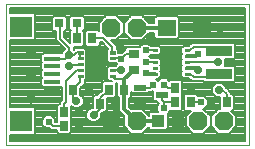
<source format=gtl>
G75*
%MOIN*%
%OFA0B0*%
%FSLAX24Y24*%
%IPPOS*%
%LPD*%
%AMOC8*
5,1,8,0,0,1.08239X$1,22.5*
%
%ADD10C,0.0000*%
%ADD11R,0.0650X0.0937*%
%ADD12C,0.0025*%
%ADD13R,0.0906X0.0335*%
%ADD14R,0.0276X0.0354*%
%ADD15R,0.0551X0.0138*%
%ADD16R,0.0748X0.0709*%
%ADD17R,0.0630X0.0551*%
%ADD18OC8,0.0630*%
%ADD19R,0.0354X0.0276*%
%ADD20R,0.0315X0.0315*%
%ADD21R,0.0433X0.0394*%
%ADD22R,0.0394X0.0197*%
%ADD23C,0.0315*%
%ADD24C,0.0276*%
%ADD25C,0.0079*%
%ADD26C,0.0157*%
%ADD27C,0.0238*%
%ADD28C,0.0138*%
%ADD29C,0.0160*%
D10*
X001050Y002363D02*
X001050Y007088D01*
X009160Y007088D01*
X009160Y002363D01*
X001050Y002363D01*
D11*
X004062Y005068D03*
X006550Y005138D03*
D12*
X007005Y005101D02*
X007005Y005175D01*
X007157Y005175D01*
X007157Y005101D01*
X007005Y005101D01*
X007005Y005125D02*
X007157Y005125D01*
X007157Y005149D02*
X007005Y005149D01*
X007005Y005173D02*
X007157Y005173D01*
X007005Y005298D02*
X007005Y005372D01*
X007157Y005372D01*
X007157Y005298D01*
X007005Y005298D01*
X007005Y005322D02*
X007157Y005322D01*
X007157Y005346D02*
X007005Y005346D01*
X007005Y005370D02*
X007157Y005370D01*
X007005Y005495D02*
X007005Y005569D01*
X007157Y005569D01*
X007157Y005495D01*
X007005Y005495D01*
X007005Y005519D02*
X007157Y005519D01*
X007157Y005543D02*
X007005Y005543D01*
X007005Y005567D02*
X007157Y005567D01*
X007005Y004979D02*
X007005Y004905D01*
X007005Y004979D02*
X007157Y004979D01*
X007157Y004905D01*
X007005Y004905D01*
X007005Y004929D02*
X007157Y004929D01*
X007157Y004953D02*
X007005Y004953D01*
X007005Y004977D02*
X007157Y004977D01*
X007005Y004782D02*
X007005Y004708D01*
X007005Y004782D02*
X007157Y004782D01*
X007157Y004708D01*
X007005Y004708D01*
X007005Y004732D02*
X007157Y004732D01*
X007157Y004756D02*
X007005Y004756D01*
X007005Y004780D02*
X007157Y004780D01*
X005943Y004782D02*
X005943Y004708D01*
X005943Y004782D02*
X006095Y004782D01*
X006095Y004708D01*
X005943Y004708D01*
X005943Y004732D02*
X006095Y004732D01*
X006095Y004756D02*
X005943Y004756D01*
X005943Y004780D02*
X006095Y004780D01*
X005943Y004905D02*
X005943Y004979D01*
X006095Y004979D01*
X006095Y004905D01*
X005943Y004905D01*
X005943Y004929D02*
X006095Y004929D01*
X006095Y004953D02*
X005943Y004953D01*
X005943Y004977D02*
X006095Y004977D01*
X005943Y005101D02*
X005943Y005175D01*
X006095Y005175D01*
X006095Y005101D01*
X005943Y005101D01*
X005943Y005125D02*
X006095Y005125D01*
X006095Y005149D02*
X005943Y005149D01*
X005943Y005173D02*
X006095Y005173D01*
X005943Y005298D02*
X005943Y005372D01*
X006095Y005372D01*
X006095Y005298D01*
X005943Y005298D01*
X005943Y005322D02*
X006095Y005322D01*
X006095Y005346D02*
X005943Y005346D01*
X005943Y005370D02*
X006095Y005370D01*
X005943Y005495D02*
X005943Y005569D01*
X006095Y005569D01*
X006095Y005495D01*
X005943Y005495D01*
X005943Y005519D02*
X006095Y005519D01*
X006095Y005543D02*
X005943Y005543D01*
X005943Y005567D02*
X006095Y005567D01*
X004669Y005499D02*
X004669Y005425D01*
X004517Y005425D01*
X004517Y005499D01*
X004669Y005499D01*
X004669Y005449D02*
X004517Y005449D01*
X004517Y005473D02*
X004669Y005473D01*
X004669Y005497D02*
X004517Y005497D01*
X004669Y005302D02*
X004669Y005228D01*
X004517Y005228D01*
X004517Y005302D01*
X004669Y005302D01*
X004669Y005252D02*
X004517Y005252D01*
X004517Y005276D02*
X004669Y005276D01*
X004669Y005300D02*
X004517Y005300D01*
X004669Y005105D02*
X004669Y005031D01*
X004517Y005031D01*
X004517Y005105D01*
X004669Y005105D01*
X004669Y005055D02*
X004517Y005055D01*
X004517Y005079D02*
X004669Y005079D01*
X004669Y005103D02*
X004517Y005103D01*
X004669Y004908D02*
X004669Y004834D01*
X004517Y004834D01*
X004517Y004908D01*
X004669Y004908D01*
X004669Y004858D02*
X004517Y004858D01*
X004517Y004882D02*
X004669Y004882D01*
X004669Y004906D02*
X004517Y004906D01*
X004669Y004711D02*
X004669Y004637D01*
X004517Y004637D01*
X004517Y004711D01*
X004669Y004711D01*
X004669Y004661D02*
X004517Y004661D01*
X004517Y004685D02*
X004669Y004685D01*
X004669Y004709D02*
X004517Y004709D01*
X003606Y004711D02*
X003606Y004637D01*
X003454Y004637D01*
X003454Y004711D01*
X003606Y004711D01*
X003606Y004661D02*
X003454Y004661D01*
X003454Y004685D02*
X003606Y004685D01*
X003606Y004709D02*
X003454Y004709D01*
X003606Y004834D02*
X003606Y004908D01*
X003606Y004834D02*
X003454Y004834D01*
X003454Y004908D01*
X003606Y004908D01*
X003606Y004858D02*
X003454Y004858D01*
X003454Y004882D02*
X003606Y004882D01*
X003606Y004906D02*
X003454Y004906D01*
X003606Y005031D02*
X003606Y005105D01*
X003606Y005031D02*
X003454Y005031D01*
X003454Y005105D01*
X003606Y005105D01*
X003606Y005055D02*
X003454Y005055D01*
X003454Y005079D02*
X003606Y005079D01*
X003606Y005103D02*
X003454Y005103D01*
X003606Y005228D02*
X003606Y005302D01*
X003606Y005228D02*
X003454Y005228D01*
X003454Y005302D01*
X003606Y005302D01*
X003606Y005252D02*
X003454Y005252D01*
X003454Y005276D02*
X003606Y005276D01*
X003606Y005300D02*
X003454Y005300D01*
X003606Y005425D02*
X003606Y005499D01*
X003606Y005425D02*
X003454Y005425D01*
X003454Y005499D01*
X003606Y005499D01*
X003606Y005449D02*
X003454Y005449D01*
X003454Y005473D02*
X003606Y005473D01*
X003606Y005497D02*
X003454Y005497D01*
D13*
X008139Y005522D03*
X008139Y004755D03*
D14*
X007204Y004262D03*
X006693Y004262D03*
X006693Y003796D03*
X007204Y003796D03*
X007895Y003796D03*
X008407Y003796D03*
X004989Y004225D03*
X004478Y004225D03*
X004689Y003761D03*
X004177Y003761D03*
X003802Y004225D03*
X003290Y004225D03*
X003494Y003463D03*
X002983Y003463D03*
X002983Y003014D03*
X003494Y003014D03*
X003416Y005935D03*
X003928Y005935D03*
D15*
X002593Y005261D03*
X002593Y005005D03*
X002593Y004749D03*
X002593Y004493D03*
X002593Y004237D03*
D16*
X001550Y003174D03*
X001550Y006324D03*
D17*
X006405Y006288D03*
X007586Y006288D03*
D18*
X005400Y006288D03*
X004550Y006288D03*
X004550Y003170D03*
X005400Y003170D03*
X007450Y003170D03*
X008300Y003170D03*
D19*
X005302Y004888D03*
X005302Y005399D03*
D20*
X003419Y006432D03*
X002828Y006432D03*
D21*
X006115Y003188D03*
X006785Y003188D03*
D22*
X006231Y004036D03*
X005522Y003781D03*
X005522Y004292D03*
D23*
X008164Y006279D03*
X001865Y005492D03*
X001865Y004705D03*
X001865Y003917D03*
D24*
X003396Y003840D03*
X003754Y003838D03*
X003965Y003382D03*
X004065Y004831D03*
X004065Y005303D03*
X004857Y005728D03*
X005861Y005925D03*
X006554Y005362D03*
X006554Y004909D03*
X007450Y004888D03*
X008126Y005138D03*
X008141Y004214D03*
X005936Y003602D03*
X004888Y004868D03*
X003141Y005001D03*
X003141Y005375D03*
D25*
X003318Y005375D01*
X003404Y005462D01*
X003530Y005462D01*
X003530Y005265D01*
X003703Y005166D02*
X003718Y005182D01*
X003718Y005348D01*
X003703Y005363D01*
X003718Y005378D01*
X003718Y005545D01*
X003653Y005610D01*
X003408Y005610D01*
X003398Y005600D01*
X003347Y005600D01*
X003299Y005553D01*
X003299Y005658D01*
X003595Y005658D01*
X003653Y005716D01*
X003653Y006153D01*
X003624Y006182D01*
X003675Y006234D01*
X003675Y006631D01*
X003617Y006689D01*
X003220Y006689D01*
X003162Y006631D01*
X003162Y006234D01*
X003210Y006185D01*
X003179Y006153D01*
X003179Y005789D01*
X002984Y005984D01*
X002984Y006176D01*
X003027Y006176D01*
X003085Y006234D01*
X003085Y006631D01*
X003027Y006689D01*
X002629Y006689D01*
X002571Y006631D01*
X002571Y006234D01*
X002629Y006176D01*
X002707Y006176D01*
X002707Y005869D01*
X003003Y005573D01*
X002903Y005473D01*
X002903Y005429D01*
X002277Y005429D01*
X002218Y005371D01*
X002218Y005151D01*
X002236Y005133D01*
X002218Y005115D01*
X002218Y004895D01*
X002236Y004877D01*
X002218Y004859D01*
X002218Y004639D01*
X002236Y004621D01*
X002218Y004603D01*
X002218Y004383D01*
X002277Y004325D01*
X002903Y004325D01*
X002903Y004272D01*
X002903Y003875D01*
X002844Y003816D01*
X002844Y003739D01*
X002804Y003739D01*
X002746Y003681D01*
X002746Y003245D01*
X002752Y003238D01*
X002746Y003232D01*
X002746Y003153D01*
X002690Y003153D01*
X002690Y003241D01*
X002562Y003369D01*
X002381Y003369D01*
X002253Y003241D01*
X002253Y003060D01*
X002381Y002932D01*
X002493Y002932D01*
X002550Y002875D01*
X002746Y002875D01*
X002746Y002796D01*
X002804Y002737D01*
X003162Y002737D01*
X003220Y002796D01*
X003220Y003232D01*
X003214Y003238D01*
X003220Y003245D01*
X003220Y003681D01*
X003298Y003602D01*
X003495Y003602D01*
X003634Y003741D01*
X003634Y003938D01*
X003527Y004044D01*
X003527Y004266D01*
X003669Y004408D01*
X003669Y004542D01*
X003718Y004591D01*
X003718Y004757D01*
X003703Y004773D01*
X003718Y004788D01*
X003718Y004954D01*
X003703Y004970D01*
X003718Y004985D01*
X003718Y005151D01*
X003703Y005166D01*
X003718Y005191D02*
X004405Y005191D01*
X004405Y005182D02*
X004471Y005116D01*
X004705Y005116D01*
X004752Y005069D01*
X004703Y005020D01*
X004471Y005020D01*
X004405Y004954D01*
X004405Y004788D01*
X004421Y004773D01*
X004405Y004757D01*
X004405Y004591D01*
X004471Y004526D01*
X004546Y004526D01*
X004554Y004517D01*
X004569Y004502D01*
X004299Y004502D01*
X004240Y004444D01*
X004240Y004187D01*
X003527Y004187D01*
X003527Y004110D02*
X004162Y004110D01*
X004120Y004069D02*
X004120Y004069D01*
X004089Y004038D01*
X003998Y004038D01*
X003940Y003980D01*
X003940Y003619D01*
X003867Y003619D01*
X003728Y003480D01*
X003728Y003284D01*
X003867Y003145D01*
X004063Y003145D01*
X004202Y003284D01*
X004202Y003423D01*
X004235Y003456D01*
X004264Y003485D01*
X004356Y003485D01*
X004414Y003543D01*
X004414Y003949D01*
X004657Y003949D01*
X004715Y004007D01*
X004715Y004436D01*
X004752Y004436D01*
X004752Y004007D01*
X004810Y003949D01*
X004821Y003949D01*
X004821Y003511D01*
X004920Y003413D01*
X004988Y003344D01*
X004986Y003342D01*
X004986Y002999D01*
X005228Y002756D01*
X005572Y002756D01*
X005799Y002984D01*
X005799Y002950D01*
X005858Y002892D01*
X006373Y002892D01*
X006431Y002950D01*
X006431Y003416D01*
X006528Y003513D01*
X006528Y003520D01*
X006871Y003520D01*
X006930Y003578D01*
X006930Y004015D01*
X006915Y004029D01*
X006930Y004043D01*
X006930Y004480D01*
X006871Y004538D01*
X006514Y004538D01*
X006492Y004517D01*
X006400Y004609D01*
X006219Y004609D01*
X006123Y004513D01*
X006059Y004576D01*
X006088Y004576D01*
X006108Y004596D01*
X006141Y004596D01*
X006206Y004662D01*
X006206Y004828D01*
X006191Y004843D01*
X006206Y004858D01*
X006206Y005025D01*
X006191Y005040D01*
X006206Y005055D01*
X006206Y005222D01*
X006141Y005287D01*
X005896Y005287D01*
X005886Y005277D01*
X005870Y005277D01*
X005812Y005336D01*
X005870Y005394D01*
X005886Y005394D01*
X005896Y005384D01*
X006141Y005384D01*
X006206Y005449D01*
X006206Y005615D01*
X006141Y005681D01*
X005896Y005681D01*
X005887Y005671D01*
X005870Y005671D01*
X005790Y005751D01*
X005609Y005751D01*
X005495Y005637D01*
X005084Y005637D01*
X005026Y005578D01*
X005026Y005538D01*
X004997Y005538D01*
X004915Y005456D01*
X004802Y005456D01*
X004781Y005435D01*
X004781Y005545D01*
X004732Y005594D01*
X004732Y005692D01*
X004550Y005874D01*
X004722Y005874D01*
X004964Y006117D01*
X004964Y006460D01*
X004722Y006703D01*
X004378Y006703D01*
X004136Y006460D01*
X004136Y006182D01*
X004107Y006211D01*
X003749Y006211D01*
X003690Y006153D01*
X003690Y005716D01*
X003749Y005658D01*
X004107Y005658D01*
X004165Y005716D01*
X004165Y005796D01*
X004236Y005796D01*
X004446Y005586D01*
X004405Y005545D01*
X004405Y005378D01*
X004421Y005363D01*
X004405Y005348D01*
X004405Y005182D01*
X004405Y005268D02*
X003718Y005268D01*
X003718Y005346D02*
X004405Y005346D01*
X004405Y005423D02*
X003718Y005423D01*
X003718Y005500D02*
X004405Y005500D01*
X004438Y005577D02*
X003686Y005577D01*
X003690Y005732D02*
X003653Y005732D01*
X003653Y005809D02*
X003690Y005809D01*
X003690Y005886D02*
X003653Y005886D01*
X003653Y005964D02*
X003690Y005964D01*
X003690Y006041D02*
X003653Y006041D01*
X003653Y006118D02*
X003690Y006118D01*
X003733Y006195D02*
X003637Y006195D01*
X003675Y006273D02*
X004136Y006273D01*
X004136Y006350D02*
X003675Y006350D01*
X003675Y006427D02*
X004136Y006427D01*
X004180Y006504D02*
X003675Y006504D01*
X003675Y006581D02*
X004257Y006581D01*
X004334Y006659D02*
X003648Y006659D01*
X003419Y006432D02*
X003419Y005937D01*
X003416Y005935D01*
X003179Y005964D02*
X003004Y005964D01*
X002984Y006041D02*
X003179Y006041D01*
X003179Y006118D02*
X002984Y006118D01*
X003046Y006195D02*
X003200Y006195D01*
X003162Y006273D02*
X003085Y006273D01*
X003085Y006350D02*
X003162Y006350D01*
X003162Y006427D02*
X003085Y006427D01*
X003085Y006504D02*
X003162Y006504D01*
X003162Y006581D02*
X003085Y006581D01*
X003057Y006659D02*
X003189Y006659D01*
X002845Y006415D02*
X002845Y005926D01*
X003160Y005611D01*
X003160Y005355D01*
X003141Y005375D01*
X003026Y005261D01*
X002593Y005261D01*
X002597Y005265D01*
X002270Y005423D02*
X001189Y005423D01*
X001189Y005500D02*
X002930Y005500D01*
X002998Y005577D02*
X001189Y005577D01*
X001189Y005655D02*
X002921Y005655D01*
X002843Y005732D02*
X001189Y005732D01*
X001189Y005809D02*
X002766Y005809D01*
X002707Y005886D02*
X001981Y005886D01*
X001965Y005870D02*
X002023Y005928D01*
X002023Y006719D01*
X001965Y006778D01*
X001189Y006778D01*
X001189Y006948D01*
X009021Y006948D01*
X009021Y002503D01*
X001189Y002503D01*
X001189Y002721D01*
X001965Y002721D01*
X002023Y002779D01*
X002023Y003570D01*
X001965Y003628D01*
X001189Y003628D01*
X001189Y005870D01*
X001965Y005870D01*
X002023Y005964D02*
X002707Y005964D01*
X002707Y006041D02*
X002023Y006041D01*
X002023Y006118D02*
X002707Y006118D01*
X002610Y006195D02*
X002023Y006195D01*
X002023Y006273D02*
X002571Y006273D01*
X002571Y006350D02*
X002023Y006350D01*
X002023Y006427D02*
X002571Y006427D01*
X002571Y006504D02*
X002023Y006504D01*
X002023Y006581D02*
X002571Y006581D01*
X002599Y006659D02*
X002023Y006659D01*
X002007Y006736D02*
X009021Y006736D01*
X009021Y006813D02*
X001189Y006813D01*
X001189Y006890D02*
X009021Y006890D01*
X009021Y006659D02*
X006766Y006659D01*
X006761Y006663D02*
X006049Y006663D01*
X005990Y006605D01*
X005990Y006457D01*
X005814Y006457D01*
X005814Y006460D01*
X005572Y006703D01*
X005228Y006703D01*
X004986Y006460D01*
X004986Y006117D01*
X005228Y005874D01*
X005572Y005874D01*
X005814Y006117D01*
X005814Y006120D01*
X005990Y006120D01*
X005990Y005972D01*
X006049Y005913D01*
X006761Y005913D01*
X006819Y005972D01*
X006819Y006605D01*
X006761Y006663D01*
X006819Y006581D02*
X009021Y006581D01*
X009021Y006504D02*
X006819Y006504D01*
X006819Y006427D02*
X009021Y006427D01*
X009021Y006350D02*
X006819Y006350D01*
X006819Y006273D02*
X009021Y006273D01*
X009021Y006195D02*
X006819Y006195D01*
X006819Y006118D02*
X009021Y006118D01*
X009021Y006041D02*
X006819Y006041D01*
X006811Y005964D02*
X009021Y005964D01*
X009021Y005886D02*
X005584Y005886D01*
X005661Y005964D02*
X005999Y005964D01*
X005990Y006041D02*
X005738Y006041D01*
X005814Y006118D02*
X005990Y006118D01*
X005809Y005732D02*
X007197Y005732D01*
X007161Y005696D02*
X007146Y005681D01*
X006959Y005681D01*
X006894Y005615D01*
X006894Y005449D01*
X006909Y005434D01*
X006894Y005418D01*
X006894Y005252D01*
X006909Y005237D01*
X006894Y005222D01*
X006894Y005055D01*
X006909Y005040D01*
X006894Y005025D01*
X006894Y004858D01*
X006909Y004843D01*
X006894Y004828D01*
X006894Y004662D01*
X006959Y004596D01*
X007146Y004596D01*
X007161Y004581D01*
X007243Y004500D01*
X007634Y004500D01*
X007645Y004488D01*
X008633Y004488D01*
X008691Y004546D01*
X008691Y004963D01*
X008633Y005021D01*
X008344Y005021D01*
X008363Y005040D01*
X008363Y005237D01*
X008344Y005256D01*
X008633Y005256D01*
X008691Y005314D01*
X008691Y005731D01*
X008633Y005789D01*
X007645Y005789D01*
X007634Y005777D01*
X007243Y005777D01*
X007161Y005696D01*
X007300Y005638D02*
X007973Y005638D01*
X008139Y005522D01*
X008089Y005532D01*
X008126Y005138D02*
X007081Y005138D01*
X006894Y005114D02*
X006206Y005114D01*
X006206Y005191D02*
X006894Y005191D01*
X006894Y005268D02*
X006160Y005268D01*
X006019Y005335D02*
X006554Y005335D01*
X006554Y005362D01*
X006894Y005346D02*
X005822Y005346D01*
X005700Y005533D02*
X006018Y005533D01*
X006019Y005532D01*
X006206Y005500D02*
X006894Y005500D01*
X006898Y005423D02*
X006180Y005423D01*
X006206Y005577D02*
X006894Y005577D01*
X006933Y005655D02*
X006167Y005655D01*
X005590Y005732D02*
X004693Y005732D01*
X004732Y005655D02*
X005513Y005655D01*
X005216Y005886D02*
X004734Y005886D01*
X004811Y005964D02*
X005139Y005964D01*
X005062Y006041D02*
X004888Y006041D01*
X004964Y006118D02*
X004986Y006118D01*
X004986Y006195D02*
X004964Y006195D01*
X004964Y006273D02*
X004986Y006273D01*
X004986Y006350D02*
X004964Y006350D01*
X004964Y006427D02*
X004986Y006427D01*
X005030Y006504D02*
X004920Y006504D01*
X004843Y006581D02*
X005107Y006581D01*
X005184Y006659D02*
X004766Y006659D01*
X004136Y006195D02*
X004123Y006195D01*
X004293Y005935D02*
X003928Y005935D01*
X004165Y005732D02*
X004300Y005732D01*
X004377Y005655D02*
X003299Y005655D01*
X003299Y005577D02*
X003324Y005577D01*
X003179Y005809D02*
X003159Y005809D01*
X003179Y005886D02*
X003081Y005886D01*
X002845Y006415D02*
X002828Y006432D01*
X002218Y005346D02*
X001189Y005346D01*
X001189Y005268D02*
X002218Y005268D01*
X002218Y005191D02*
X001189Y005191D01*
X001189Y005114D02*
X002218Y005114D01*
X002218Y005037D02*
X001189Y005037D01*
X001189Y004959D02*
X002218Y004959D01*
X002231Y004882D02*
X001189Y004882D01*
X001189Y004805D02*
X002218Y004805D01*
X002218Y004728D02*
X001189Y004728D01*
X001189Y004650D02*
X002218Y004650D01*
X002218Y004573D02*
X001189Y004573D01*
X001189Y004496D02*
X002218Y004496D01*
X002218Y004419D02*
X001189Y004419D01*
X001189Y004341D02*
X002260Y004341D01*
X002903Y004264D02*
X001189Y004264D01*
X001189Y004187D02*
X002903Y004187D01*
X002903Y004110D02*
X001189Y004110D01*
X001189Y004033D02*
X002903Y004033D01*
X002903Y003955D02*
X001189Y003955D01*
X001189Y003878D02*
X002903Y003878D01*
X002844Y003801D02*
X001189Y003801D01*
X001189Y003724D02*
X002788Y003724D01*
X002746Y003646D02*
X001189Y003646D01*
X002023Y003569D02*
X002746Y003569D01*
X002746Y003492D02*
X002023Y003492D01*
X002023Y003415D02*
X002746Y003415D01*
X002746Y003337D02*
X002593Y003337D01*
X002671Y003260D02*
X002746Y003260D01*
X002746Y003183D02*
X002690Y003183D01*
X002588Y003034D02*
X002471Y003151D01*
X002608Y003014D01*
X002983Y003014D01*
X003220Y003028D02*
X004986Y003028D01*
X005033Y002951D02*
X003220Y002951D01*
X003220Y002874D02*
X005110Y002874D01*
X005188Y002797D02*
X003220Y002797D01*
X002746Y002797D02*
X002023Y002797D01*
X002023Y002874D02*
X002746Y002874D01*
X002362Y002951D02*
X002023Y002951D01*
X002023Y003028D02*
X002285Y003028D01*
X002253Y003106D02*
X002023Y003106D01*
X002023Y003183D02*
X002253Y003183D01*
X002272Y003260D02*
X002023Y003260D01*
X002023Y003337D02*
X002349Y003337D01*
X002983Y003463D02*
X002983Y003623D01*
X002983Y003759D01*
X003042Y003818D01*
X003042Y004273D01*
X003042Y004509D01*
X003404Y004871D01*
X003530Y004871D01*
X003718Y004882D02*
X004405Y004882D01*
X004405Y004805D02*
X003718Y004805D01*
X003718Y004728D02*
X004405Y004728D01*
X004405Y004650D02*
X003718Y004650D01*
X003700Y004573D02*
X004423Y004573D01*
X004293Y004496D02*
X003669Y004496D01*
X003669Y004419D02*
X004240Y004419D01*
X004240Y004341D02*
X003602Y004341D01*
X003527Y004264D02*
X004240Y004264D01*
X004240Y004187D02*
X004120Y004069D01*
X003993Y004033D02*
X003539Y004033D01*
X003616Y003955D02*
X003940Y003955D01*
X003940Y003878D02*
X003634Y003878D01*
X003634Y003801D02*
X003940Y003801D01*
X003940Y003724D02*
X003616Y003724D01*
X003539Y003646D02*
X003940Y003646D01*
X003817Y003569D02*
X003220Y003569D01*
X003220Y003492D02*
X003739Y003492D01*
X003728Y003415D02*
X003220Y003415D01*
X003220Y003337D02*
X003728Y003337D01*
X003752Y003260D02*
X003220Y003260D01*
X003220Y003183D02*
X003829Y003183D01*
X003965Y003382D02*
X004177Y003594D01*
X004177Y003761D01*
X004177Y003930D01*
X004478Y004225D01*
X004715Y004187D02*
X004752Y004187D01*
X004752Y004110D02*
X004715Y004110D01*
X004715Y004033D02*
X004752Y004033D01*
X004804Y003955D02*
X004663Y003955D01*
X004821Y003878D02*
X004414Y003878D01*
X004414Y003801D02*
X004821Y003801D01*
X004821Y003724D02*
X004414Y003724D01*
X004414Y003646D02*
X004821Y003646D01*
X004821Y003569D02*
X004414Y003569D01*
X004363Y003492D02*
X004841Y003492D01*
X004918Y003415D02*
X004202Y003415D01*
X004202Y003337D02*
X004986Y003337D01*
X004986Y003260D02*
X004178Y003260D01*
X004101Y003183D02*
X004986Y003183D01*
X004986Y003106D02*
X003220Y003106D01*
X003220Y003646D02*
X003254Y003646D01*
X003396Y003840D02*
X003290Y003950D01*
X003290Y004225D01*
X003530Y004466D01*
X003530Y004674D01*
X003713Y004959D02*
X004410Y004959D01*
X004593Y004871D02*
X004870Y004871D01*
X004888Y004868D01*
X004720Y005037D02*
X003718Y005037D01*
X003718Y005114D02*
X004707Y005114D01*
X004593Y005265D02*
X004865Y005265D01*
X004893Y005237D01*
X005055Y005399D01*
X005302Y005399D01*
X005026Y005577D02*
X004749Y005577D01*
X004781Y005500D02*
X004959Y005500D01*
X004602Y005470D02*
X004593Y005462D01*
X004593Y005635D01*
X004293Y005935D01*
X004615Y005809D02*
X009021Y005809D01*
X009021Y005732D02*
X008690Y005732D01*
X008691Y005655D02*
X009021Y005655D01*
X009021Y005577D02*
X008691Y005577D01*
X008691Y005500D02*
X009021Y005500D01*
X009021Y005423D02*
X008691Y005423D01*
X008691Y005346D02*
X009021Y005346D01*
X009021Y005268D02*
X008646Y005268D01*
X008363Y005191D02*
X009021Y005191D01*
X009021Y005114D02*
X008363Y005114D01*
X008359Y005037D02*
X009021Y005037D01*
X009021Y004959D02*
X008691Y004959D01*
X008691Y004882D02*
X009021Y004882D01*
X009021Y004805D02*
X008691Y004805D01*
X008691Y004728D02*
X009021Y004728D01*
X009021Y004650D02*
X008691Y004650D01*
X008691Y004573D02*
X009021Y004573D01*
X009021Y004496D02*
X008641Y004496D01*
X008378Y004312D02*
X008239Y004451D01*
X008042Y004451D01*
X007903Y004312D01*
X007903Y004115D01*
X008042Y003976D01*
X008170Y003976D01*
X008170Y003585D01*
X008128Y003585D01*
X007886Y003342D01*
X007886Y002999D01*
X008128Y002756D01*
X008472Y002756D01*
X008714Y002999D01*
X008714Y003342D01*
X008537Y003520D01*
X008586Y003520D01*
X008644Y003578D01*
X008644Y004015D01*
X008586Y004073D01*
X008546Y004073D01*
X008546Y004123D01*
X008397Y004271D01*
X008378Y004291D01*
X008378Y004312D01*
X008348Y004341D02*
X009021Y004341D01*
X009021Y004264D02*
X008404Y004264D01*
X008481Y004187D02*
X009021Y004187D01*
X009021Y004110D02*
X008546Y004110D01*
X008626Y004033D02*
X009021Y004033D01*
X009021Y003955D02*
X008644Y003955D01*
X008644Y003878D02*
X009021Y003878D01*
X009021Y003801D02*
X008644Y003801D01*
X008644Y003724D02*
X009021Y003724D01*
X009021Y003646D02*
X008644Y003646D01*
X008635Y003569D02*
X009021Y003569D01*
X009021Y003492D02*
X008564Y003492D01*
X008642Y003415D02*
X009021Y003415D01*
X009021Y003337D02*
X008714Y003337D01*
X008714Y003260D02*
X009021Y003260D01*
X009021Y003183D02*
X008714Y003183D01*
X008714Y003106D02*
X009021Y003106D01*
X009021Y003028D02*
X008714Y003028D01*
X008667Y002951D02*
X009021Y002951D01*
X009021Y002874D02*
X008590Y002874D01*
X008512Y002797D02*
X009021Y002797D01*
X009021Y002719D02*
X001189Y002719D01*
X001189Y002642D02*
X009021Y002642D01*
X009021Y002565D02*
X001189Y002565D01*
X003141Y005001D02*
X003200Y005060D01*
X003522Y005060D01*
X003530Y005068D01*
X004593Y004674D02*
X004693Y004575D01*
X004989Y004575D01*
X004752Y004419D02*
X004715Y004419D01*
X004715Y004341D02*
X004752Y004341D01*
X004752Y004264D02*
X004715Y004264D01*
X005227Y004152D02*
X005227Y004007D01*
X005168Y003949D01*
X005158Y003949D01*
X005158Y003651D01*
X005226Y003582D01*
X005228Y003585D01*
X005572Y003585D01*
X005799Y003357D01*
X005799Y003426D01*
X005858Y003485D01*
X006120Y003485D01*
X006091Y003513D01*
X006091Y003694D01*
X006154Y003756D01*
X006092Y003818D01*
X006092Y003839D01*
X005993Y003839D01*
X005935Y003897D01*
X005935Y004172D01*
X005914Y004172D01*
X005895Y004154D01*
X005819Y004154D01*
X005819Y004153D01*
X005760Y004095D01*
X005284Y004095D01*
X005227Y004152D01*
X005227Y004110D02*
X005269Y004110D01*
X005227Y004033D02*
X005935Y004033D01*
X005935Y004110D02*
X005776Y004110D01*
X005935Y003955D02*
X005175Y003955D01*
X005158Y003878D02*
X005954Y003878D01*
X006109Y003801D02*
X005158Y003801D01*
X005158Y003724D02*
X006121Y003724D01*
X006091Y003646D02*
X005162Y003646D01*
X005587Y003569D02*
X006091Y003569D01*
X006112Y003492D02*
X005664Y003492D01*
X005742Y003415D02*
X005799Y003415D01*
X006310Y003603D02*
X006310Y003796D01*
X006693Y003796D01*
X006930Y003801D02*
X006967Y003801D01*
X006967Y003878D02*
X006930Y003878D01*
X006930Y003955D02*
X006967Y003955D01*
X006967Y004015D02*
X006967Y003578D01*
X007025Y003520D01*
X007213Y003520D01*
X007036Y003342D01*
X007036Y002999D01*
X007278Y002756D01*
X007622Y002756D01*
X007864Y002999D01*
X007864Y003342D01*
X007625Y003582D01*
X007640Y003582D01*
X007768Y003710D01*
X007768Y003891D01*
X007640Y004019D01*
X007460Y004019D01*
X007441Y004001D01*
X007441Y004015D01*
X007383Y004073D01*
X007025Y004073D01*
X006967Y004015D01*
X006985Y004033D02*
X006919Y004033D01*
X006930Y004110D02*
X007909Y004110D01*
X007903Y004187D02*
X006930Y004187D01*
X006930Y004264D02*
X007903Y004264D01*
X007933Y004341D02*
X006930Y004341D01*
X006930Y004419D02*
X008010Y004419D01*
X008271Y004419D02*
X009021Y004419D01*
X008407Y004065D02*
X008259Y004214D01*
X008141Y004214D01*
X007986Y004033D02*
X007424Y004033D01*
X007704Y003955D02*
X008170Y003955D01*
X008170Y003878D02*
X007768Y003878D01*
X007768Y003801D02*
X008170Y003801D01*
X008170Y003724D02*
X007768Y003724D01*
X007705Y003646D02*
X008170Y003646D01*
X008113Y003569D02*
X007637Y003569D01*
X007714Y003492D02*
X008036Y003492D01*
X007958Y003415D02*
X007792Y003415D01*
X007864Y003337D02*
X007886Y003337D01*
X007886Y003260D02*
X007864Y003260D01*
X007864Y003183D02*
X007886Y003183D01*
X007886Y003106D02*
X007864Y003106D01*
X007864Y003028D02*
X007886Y003028D01*
X007933Y002951D02*
X007817Y002951D01*
X007740Y002874D02*
X008010Y002874D01*
X008088Y002797D02*
X007662Y002797D01*
X007238Y002797D02*
X005612Y002797D01*
X005690Y002874D02*
X007160Y002874D01*
X007083Y002951D02*
X006431Y002951D01*
X006431Y003028D02*
X007036Y003028D01*
X007036Y003106D02*
X006431Y003106D01*
X006431Y003183D02*
X007036Y003183D01*
X007036Y003260D02*
X006431Y003260D01*
X006431Y003337D02*
X007036Y003337D01*
X007108Y003415D02*
X006431Y003415D01*
X006507Y003492D02*
X007186Y003492D01*
X006976Y003569D02*
X006921Y003569D01*
X006930Y003646D02*
X006967Y003646D01*
X006967Y003724D02*
X006930Y003724D01*
X007204Y003796D02*
X007204Y003800D01*
X007550Y003800D01*
X008407Y003796D02*
X008407Y004065D01*
X007973Y004638D02*
X008139Y004755D01*
X008089Y004745D01*
X007973Y004638D02*
X007300Y004638D01*
X007194Y004745D01*
X007081Y004745D01*
X006894Y004728D02*
X006206Y004728D01*
X006206Y004805D02*
X006894Y004805D01*
X006894Y004882D02*
X006206Y004882D01*
X006206Y004959D02*
X006894Y004959D01*
X006905Y005037D02*
X006195Y005037D01*
X006019Y005138D02*
X005680Y005138D01*
X005700Y005139D01*
X006195Y004650D02*
X006905Y004650D01*
X006914Y004496D02*
X007637Y004496D01*
X007169Y004573D02*
X006436Y004573D01*
X006183Y004573D02*
X006062Y004573D01*
X005936Y004391D02*
X005837Y004292D01*
X005522Y004292D01*
X005859Y004314D02*
X005936Y004391D01*
X006310Y004391D02*
X006437Y004262D01*
X006693Y004262D01*
X006231Y004036D02*
X006231Y003875D01*
X006310Y003796D01*
X006310Y003753D02*
X006310Y003603D01*
X006211Y004017D02*
X006231Y004036D01*
X005799Y002951D02*
X005767Y002951D01*
X007081Y005532D02*
X007194Y005532D01*
X007300Y005638D01*
X005990Y006504D02*
X005770Y006504D01*
X005693Y006581D02*
X005990Y006581D01*
X006044Y006659D02*
X005616Y006659D01*
D26*
X004689Y003761D02*
X004689Y003309D01*
X004550Y003170D01*
X006097Y003170D02*
X006115Y003188D01*
D27*
X006310Y003603D03*
X006310Y004391D03*
X005936Y004391D03*
X005700Y004765D03*
X005700Y005139D03*
X005700Y005533D03*
X004893Y005237D03*
X007452Y005395D03*
X007550Y003800D03*
X002471Y003151D03*
D28*
X004989Y003581D02*
X004989Y004225D01*
X004989Y004575D01*
X005302Y004888D01*
X005700Y004765D02*
X005720Y004745D01*
X006019Y004745D01*
X007081Y004942D02*
X007397Y004942D01*
X007450Y004888D01*
X007392Y005335D02*
X007081Y005335D01*
X007392Y005335D02*
X007452Y005395D01*
X006405Y006288D02*
X005400Y006288D01*
X004989Y003581D02*
X005400Y003170D01*
X006097Y003170D01*
D29*
X005306Y004884D02*
X005302Y004888D01*
M02*

</source>
